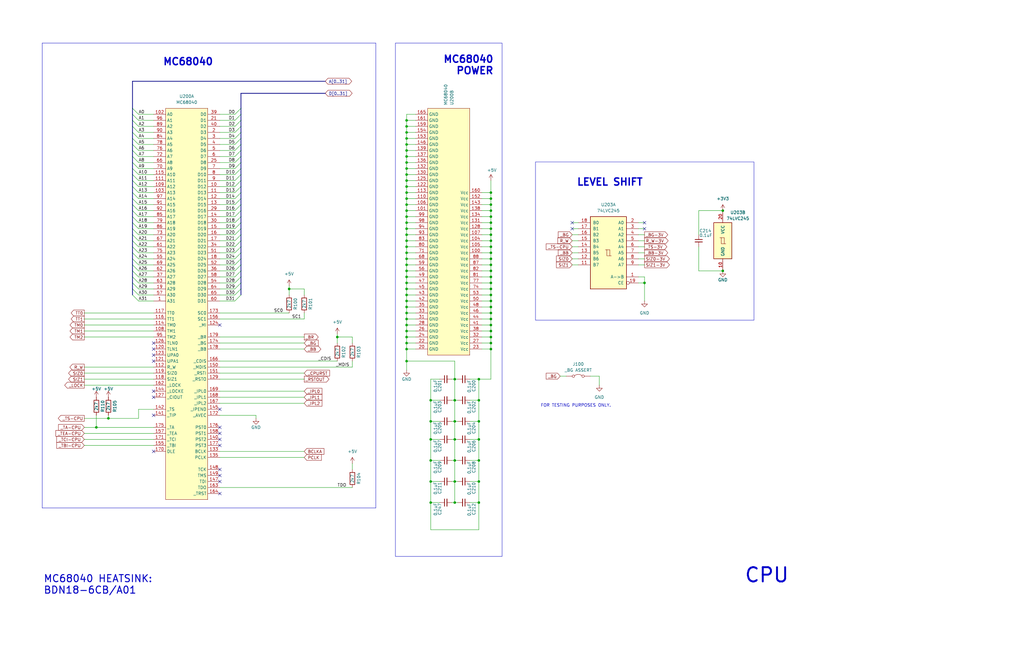
<source format=kicad_sch>
(kicad_sch (version 20231120) (generator "eeschema") (generator_version "8.0")
  (paper "B")
  (title_block (title "AmigaPCI 68040 Local Bus Card") (date "2025-04-10") (rev "4.2"))
  (junction (at 171.45 63.5))
  (junction (at 171.45 83.82))
  (junction (at 121.92 121.92))
  (junction (at 171.45 58.42))
  (junction (at 181.61 203.2))
  (junction (at 191.77 177.8))
  (junction (at 201.93 177.8))
  (junction (at 181.61 212.09))
  (junction (at 171.45 68.58))
  (junction (at 171.45 76.2))
  (junction (at 304.8 114.3))
  (junction (at 171.45 134.62))
  (junction (at 171.45 127))
  (junction (at 207.01 129.54))
  (junction (at 207.01 144.78))
  (junction (at 207.01 121.92))
  (junction (at 171.45 132.08))
  (junction (at 207.01 139.7))
  (junction (at 45.72 176.53))
  (junction (at 171.45 152.4))
  (junction (at 191.77 185.42))
  (junction (at 171.45 137.16))
  (junction (at 181.61 177.8))
  (junction (at 207.01 104.14))
  (junction (at 171.45 104.14))
  (junction (at 171.45 81.28))
  (junction (at 171.45 71.12))
  (junction (at 171.45 147.32))
  (junction (at 191.77 203.2))
  (junction (at 207.01 106.68))
  (junction (at 171.45 93.98))
  (junction (at 207.01 147.32))
  (junction (at 171.45 111.76))
  (junction (at 181.61 168.91))
  (junction (at 207.01 114.3))
  (junction (at 271.78 119.38))
  (junction (at 207.01 99.06))
  (junction (at 171.45 66.04))
  (junction (at 142.24 142.24))
  (junction (at 207.01 93.98))
  (junction (at 201.93 194.31))
  (junction (at 171.45 116.84))
  (junction (at 171.45 96.52))
  (junction (at 207.01 132.08))
  (junction (at 171.45 144.78))
  (junction (at 207.01 83.82))
  (junction (at 304.8 88.9))
  (junction (at 207.01 116.84))
  (junction (at 171.45 73.66))
  (junction (at 171.45 109.22))
  (junction (at 171.45 55.88))
  (junction (at 207.01 88.9))
  (junction (at 171.45 88.9))
  (junction (at 191.77 168.91))
  (junction (at 171.45 139.7))
  (junction (at 201.93 212.09))
  (junction (at 207.01 134.62))
  (junction (at 171.45 124.46))
  (junction (at 171.45 99.06))
  (junction (at 207.01 91.44))
  (junction (at 207.01 127))
  (junction (at 207.01 119.38))
  (junction (at 201.93 160.02))
  (junction (at 171.45 86.36))
  (junction (at 207.01 81.28))
  (junction (at 171.45 53.34))
  (junction (at 171.45 91.44))
  (junction (at 207.01 101.6))
  (junction (at 171.45 129.54))
  (junction (at 171.45 106.68))
  (junction (at 171.45 142.24))
  (junction (at 207.01 86.36))
  (junction (at 207.01 109.22))
  (junction (at 191.77 194.31))
  (junction (at 171.45 50.8))
  (junction (at 201.93 203.2))
  (junction (at 201.93 185.42))
  (junction (at 181.61 185.42))
  (junction (at 171.45 60.96))
  (junction (at 171.45 121.92))
  (junction (at 191.77 212.09))
  (junction (at 207.01 137.16))
  (junction (at 181.61 194.31))
  (junction (at 171.45 101.6))
  (junction (at 171.45 119.38))
  (junction (at 40.64 180.34))
  (junction (at 171.45 78.74))
  (junction (at 207.01 111.76))
  (junction (at 201.93 168.91))
  (junction (at 207.01 142.24))
  (junction (at 207.01 124.46))
  (junction (at 207.01 96.52))
  (junction (at 171.45 114.3))
  (junction (at 191.77 160.02))
  (no_connect (at 92.71 208.28))
  (no_connect (at 64.77 149.86))
  (no_connect (at 64.77 144.78))
  (no_connect (at 271.78 96.52))
  (no_connect (at 64.77 175.26))
  (no_connect (at 64.77 190.5))
  (no_connect (at 64.77 167.64))
  (no_connect (at 92.71 185.42))
  (no_connect (at 64.77 165.1))
  (no_connect (at 92.71 182.88))
  (no_connect (at 64.77 152.4))
  (no_connect (at 64.77 147.32))
  (no_connect (at 92.71 137.16))
  (no_connect (at 92.71 172.72))
  (no_connect (at 271.78 93.98))
  (no_connect (at 92.71 200.66))
  (no_connect (at 92.71 198.12))
  (no_connect (at 92.71 187.96))
  (no_connect (at 241.3 93.98))
  (no_connect (at 241.3 96.52))
  (no_connect (at 92.71 203.2))
  (no_connect (at 92.71 180.34))
  (bus_entry (at 99.06 50.8) (size 2.54 -2.54))
  (bus_entry (at 99.06 91.44) (size 2.54 -2.54))
  (bus_entry (at 58.42 106.68) (size -2.54 -2.54))
  (bus_entry (at 99.06 76.2) (size 2.54 -2.54))
  (bus_entry (at 58.42 58.42) (size -2.54 -2.54))
  (bus_entry (at 58.42 88.9) (size -2.54 -2.54))
  (bus_entry (at 99.06 78.74) (size 2.54 -2.54))
  (bus_entry (at 99.06 104.14) (size 2.54 -2.54))
  (bus_entry (at 99.06 60.96) (size 2.54 -2.54))
  (bus_entry (at 99.06 83.82) (size 2.54 -2.54))
  (bus_entry (at 58.42 83.82) (size -2.54 -2.54))
  (bus_entry (at 58.42 63.5) (size -2.54 -2.54))
  (bus_entry (at 99.06 63.5) (size 2.54 -2.54))
  (bus_entry (at 58.42 96.52) (size -2.54 -2.54))
  (bus_entry (at 99.06 101.6) (size 2.54 -2.54))
  (bus_entry (at 58.42 116.84) (size -2.54 -2.54))
  (bus_entry (at 58.42 124.46) (size -2.54 -2.54))
  (bus_entry (at 58.42 93.98) (size -2.54 -2.54))
  (bus_entry (at 99.06 116.84) (size 2.54 -2.54))
  (bus_entry (at 99.06 124.46) (size 2.54 -2.54))
  (bus_entry (at 99.06 106.68) (size 2.54 -2.54))
  (bus_entry (at 58.42 81.28) (size -2.54 -2.54))
  (bus_entry (at 58.42 101.6) (size -2.54 -2.54))
  (bus_entry (at 99.06 53.34) (size 2.54 -2.54))
  (bus_entry (at 99.06 86.36) (size 2.54 -2.54))
  (bus_entry (at 99.06 88.9) (size 2.54 -2.54))
  (bus_entry (at 58.42 48.26) (size -2.54 -2.54))
  (bus_entry (at 58.42 109.22) (size -2.54 -2.54))
  (bus_entry (at 99.06 93.98) (size 2.54 -2.54))
  (bus_entry (at 58.42 50.8) (size -2.54 -2.54))
  (bus_entry (at 58.42 121.92) (size -2.54 -2.54))
  (bus_entry (at 58.42 127) (size -2.54 -2.54))
  (bus_entry (at 58.42 91.44) (size -2.54 -2.54))
  (bus_entry (at 99.06 73.66) (size 2.54 -2.54))
  (bus_entry (at 58.42 119.38) (size -2.54 -2.54))
  (bus_entry (at 58.42 114.3) (size -2.54 -2.54))
  (bus_entry (at 99.06 58.42) (size 2.54 -2.54))
  (bus_entry (at 99.06 121.92) (size 2.54 -2.54))
  (bus_entry (at 99.06 109.22) (size 2.54 -2.54))
  (bus_entry (at 58.42 71.12) (size -2.54 -2.54))
  (bus_entry (at 99.06 127) (size 2.54 -2.54))
  (bus_entry (at 99.06 111.76) (size 2.54 -2.54))
  (bus_entry (at 58.42 53.34) (size -2.54 -2.54))
  (bus_entry (at 58.42 99.06) (size -2.54 -2.54))
  (bus_entry (at 58.42 78.74) (size -2.54 -2.54))
  (bus_entry (at 99.06 114.3) (size 2.54 -2.54))
  (bus_entry (at 58.42 86.36) (size -2.54 -2.54))
  (bus_entry (at 99.06 55.88) (size 2.54 -2.54))
  (bus_entry (at 58.42 104.14) (size -2.54 -2.54))
  (bus_entry (at 58.42 111.76) (size -2.54 -2.54))
  (bus_entry (at 99.06 66.04) (size 2.54 -2.54))
  (bus_entry (at 58.42 66.04) (size -2.54 -2.54))
  (bus_entry (at 58.42 60.96) (size -2.54 -2.54))
  (bus_entry (at 99.06 119.38) (size 2.54 -2.54))
  (bus_entry (at 58.42 73.66) (size -2.54 -2.54))
  (bus_entry (at 99.06 96.52) (size 2.54 -2.54))
  (bus_entry (at 58.42 68.58) (size -2.54 -2.54))
  (bus_entry (at 99.06 48.26) (size 2.54 -2.54))
  (bus_entry (at 99.06 81.28) (size 2.54 -2.54))
  (bus_entry (at 99.06 99.06) (size 2.54 -2.54))
  (bus_entry (at 58.42 76.2) (size -2.54 -2.54))
  (bus_entry (at 99.06 71.12) (size 2.54 -2.54))
  (bus_entry (at 99.06 68.58) (size 2.54 -2.54))
  (bus_entry (at 58.42 55.88) (size -2.54 -2.54))
  (wire (pts (xy 236.22 158.75) (xy 238.76 158.75)))
  (wire (pts (xy 171.45 106.68) (xy 171.45 109.22)))
  (wire (pts (xy 207.01 99.06) (xy 207.01 101.6)))
  (wire (pts (xy 92.71 132.08) (xy 121.92 132.08)))
  (wire (pts (xy 92.71 127) (xy 99.06 127)))
  (wire (pts (xy 241.3 96.52) (xy 243.84 96.52)))
  (wire (pts (xy 207.01 116.84) (xy 203.2 116.84)))
  (wire (pts (xy 191.77 152.4) (xy 191.77 160.02)))
  (wire (pts (xy 207.01 83.82) (xy 207.01 86.36)))
  (wire (pts (xy 58.42 81.28) (xy 64.77 81.28)))
  (wire (pts (xy 58.42 73.66) (xy 64.77 73.66)))
  (wire (pts (xy 175.26 81.28) (xy 171.45 81.28)))
  (wire (pts (xy 58.42 119.38) (xy 64.77 119.38)))
  (wire (pts (xy 92.71 73.66) (xy 99.06 73.66)))
  (bus (pts (xy 101.6 83.82) (xy 101.6 86.36)))
  (wire (pts (xy 198.12 160.02) (xy 201.93 160.02)))
  (wire (pts (xy 269.24 116.84) (xy 271.78 116.84)))
  (wire (pts (xy 171.45 73.66) (xy 171.45 76.2)))
  (wire (pts (xy 193.04 212.09) (xy 191.77 212.09)))
  (wire (pts (xy 193.04 203.2) (xy 191.77 203.2)))
  (wire (pts (xy 128.27 124.46) (xy 128.27 121.92)))
  (wire (pts (xy 207.01 121.92) (xy 207.01 124.46)))
  (wire (pts (xy 35.56 180.34) (xy 40.64 180.34)))
  (wire (pts (xy 207.01 104.14) (xy 207.01 106.68)))
  (wire (pts (xy 175.26 96.52) (xy 171.45 96.52)))
  (wire (pts (xy 148.59 195.58) (xy 148.59 198.12)))
  (bus (pts (xy 101.6 109.22) (xy 101.6 111.76)))
  (bus (pts (xy 55.88 96.52) (xy 55.88 99.06)))
  (wire (pts (xy 181.61 203.2) (xy 185.42 203.2)))
  (wire (pts (xy 35.56 182.88) (xy 64.77 182.88)))
  (wire (pts (xy 191.77 185.42) (xy 191.77 194.31)))
  (wire (pts (xy 58.42 121.92) (xy 64.77 121.92)))
  (bus (pts (xy 101.6 106.68) (xy 101.6 109.22)))
  (bus (pts (xy 55.88 68.58) (xy 55.88 71.12)))
  (wire (pts (xy 181.61 160.02) (xy 181.61 168.91)))
  (wire (pts (xy 175.26 147.32) (xy 171.45 147.32)))
  (wire (pts (xy 92.71 50.8) (xy 99.06 50.8)))
  (wire (pts (xy 175.26 106.68) (xy 171.45 106.68)))
  (wire (pts (xy 171.45 50.8) (xy 171.45 53.34)))
  (wire (pts (xy 92.71 91.44) (xy 99.06 91.44)))
  (wire (pts (xy 198.12 168.91) (xy 201.93 168.91)))
  (wire (pts (xy 201.93 223.52) (xy 181.61 223.52)))
  (wire (pts (xy 207.01 144.78) (xy 207.01 147.32)))
  (wire (pts (xy 92.71 55.88) (xy 99.06 55.88)))
  (wire (pts (xy 58.42 83.82) (xy 64.77 83.82)))
  (wire (pts (xy 58.42 86.36) (xy 64.77 86.36)))
  (bus (pts (xy 101.6 86.36) (xy 101.6 88.9)))
  (wire (pts (xy 58.42 172.72) (xy 64.77 172.72)))
  (wire (pts (xy 171.45 129.54) (xy 171.45 132.08)))
  (wire (pts (xy 207.01 114.3) (xy 203.2 114.3)))
  (bus (pts (xy 101.6 45.72) (xy 101.6 48.26)))
  (wire (pts (xy 58.42 114.3) (xy 64.77 114.3)))
  (bus (pts (xy 55.88 83.82) (xy 55.88 86.36)))
  (wire (pts (xy 35.56 154.94) (xy 64.77 154.94)))
  (bus (pts (xy 101.6 101.6) (xy 101.6 104.14)))
  (bus (pts (xy 101.6 121.92) (xy 101.6 124.46)))
  (wire (pts (xy 175.26 101.6) (xy 171.45 101.6)))
  (wire (pts (xy 207.01 144.78) (xy 203.2 144.78)))
  (wire (pts (xy 207.01 81.28) (xy 207.01 83.82)))
  (wire (pts (xy 175.26 119.38) (xy 171.45 119.38)))
  (wire (pts (xy 203.2 132.08) (xy 207.01 132.08)))
  (wire (pts (xy 171.45 58.42) (xy 171.45 60.96)))
  (bus (pts (xy 55.88 66.04) (xy 55.88 68.58)))
  (wire (pts (xy 35.56 162.56) (xy 64.77 162.56)))
  (bus (pts (xy 55.88 81.28) (xy 55.88 83.82)))
  (wire (pts (xy 175.26 50.8) (xy 171.45 50.8)))
  (wire (pts (xy 171.45 55.88) (xy 171.45 58.42)))
  (wire (pts (xy 191.77 168.91) (xy 190.5 168.91)))
  (wire (pts (xy 241.3 109.22) (xy 243.84 109.22)))
  (bus (pts (xy 55.88 50.8) (xy 55.88 53.34)))
  (wire (pts (xy 171.45 60.96) (xy 171.45 63.5)))
  (wire (pts (xy 175.26 93.98) (xy 171.45 93.98)))
  (bus (pts (xy 101.6 66.04) (xy 101.6 68.58)))
  (wire (pts (xy 241.3 111.76) (xy 243.84 111.76)))
  (wire (pts (xy 92.71 99.06) (xy 99.06 99.06)))
  (wire (pts (xy 171.45 111.76) (xy 171.45 114.3)))
  (wire (pts (xy 175.26 116.84) (xy 171.45 116.84)))
  (wire (pts (xy 193.04 160.02) (xy 191.77 160.02)))
  (wire (pts (xy 271.78 119.38) (xy 269.24 119.38)))
  (wire (pts (xy 175.26 99.06) (xy 171.45 99.06)))
  (wire (pts (xy 207.01 139.7) (xy 207.01 142.24)))
  (wire (pts (xy 171.45 53.34) (xy 171.45 55.88)))
  (wire (pts (xy 175.26 68.58) (xy 171.45 68.58)))
  (wire (pts (xy 171.45 144.78) (xy 171.45 147.32)))
  (wire (pts (xy 294.64 114.3) (xy 304.8 114.3)))
  (wire (pts (xy 207.01 99.06) (xy 203.2 99.06)))
  (bus (pts (xy 55.88 48.26) (xy 55.88 50.8)))
  (bus (pts (xy 101.6 68.58) (xy 101.6 71.12)))
  (wire (pts (xy 191.77 168.91) (xy 191.77 177.8)))
  (wire (pts (xy 193.04 168.91) (xy 191.77 168.91)))
  (wire (pts (xy 35.56 187.96) (xy 64.77 187.96)))
  (bus (pts (xy 101.6 60.96) (xy 101.6 63.5)))
  (wire (pts (xy 241.3 93.98) (xy 243.84 93.98)))
  (wire (pts (xy 241.3 104.14) (xy 243.84 104.14)))
  (wire (pts (xy 58.42 101.6) (xy 64.77 101.6)))
  (wire (pts (xy 121.92 121.92) (xy 121.92 124.46)))
  (wire (pts (xy 148.59 144.78) (xy 148.59 142.24)))
  (bus (pts (xy 101.6 119.38) (xy 101.6 121.92)))
  (wire (pts (xy 207.01 109.22) (xy 207.01 111.76)))
  (bus (pts (xy 55.88 88.9) (xy 55.88 91.44)))
  (bus (pts (xy 55.88 93.98) (xy 55.88 96.52)))
  (wire (pts (xy 198.12 185.42) (xy 201.93 185.42)))
  (wire (pts (xy 207.01 124.46) (xy 207.01 127)))
  (wire (pts (xy 35.56 142.24) (xy 64.77 142.24)))
  (wire (pts (xy 92.71 134.62) (xy 128.27 134.62)))
  (bus (pts (xy 55.88 55.88) (xy 55.88 58.42)))
  (wire (pts (xy 92.71 116.84) (xy 99.06 116.84)))
  (wire (pts (xy 207.01 139.7) (xy 203.2 139.7)))
  (wire (pts (xy 181.61 177.8) (xy 185.42 177.8)))
  (wire (pts (xy 207.01 127) (xy 203.2 127)))
  (wire (pts (xy 58.42 116.84) (xy 64.77 116.84)))
  (wire (pts (xy 171.45 119.38) (xy 171.45 121.92)))
  (wire (pts (xy 92.71 142.24) (xy 128.27 142.24)))
  (wire (pts (xy 248.92 158.75) (xy 252.73 158.75)))
  (wire (pts (xy 175.26 55.88) (xy 171.45 55.88)))
  (wire (pts (xy 207.01 96.52) (xy 207.01 99.06)))
  (wire (pts (xy 207.01 127) (xy 207.01 129.54)))
  (bus (pts (xy 55.88 76.2) (xy 55.88 78.74)))
  (wire (pts (xy 92.71 193.04) (xy 128.27 193.04)))
  (wire (pts (xy 175.26 121.92) (xy 171.45 121.92)))
  (bus (pts (xy 101.6 58.42) (xy 101.6 60.96)))
  (wire (pts (xy 207.01 83.82) (xy 203.2 83.82)))
  (wire (pts (xy 92.71 104.14) (xy 99.06 104.14)))
  (wire (pts (xy 175.26 129.54) (xy 171.45 129.54)))
  (wire (pts (xy 92.71 53.34) (xy 99.06 53.34)))
  (wire (pts (xy 201.93 177.8) (xy 201.93 185.42)))
  (wire (pts (xy 171.45 137.16) (xy 171.45 139.7)))
  (wire (pts (xy 191.77 177.8) (xy 191.77 185.42)))
  (wire (pts (xy 191.77 212.09) (xy 190.5 212.09)))
  (wire (pts (xy 271.78 99.06) (xy 269.24 99.06)))
  (wire (pts (xy 175.26 142.24) (xy 171.45 142.24)))
  (bus (pts (xy 101.6 93.98) (xy 101.6 96.52)))
  (wire (pts (xy 92.71 71.12) (xy 99.06 71.12)))
  (wire (pts (xy 207.01 106.68) (xy 203.2 106.68)))
  (wire (pts (xy 207.01 119.38) (xy 207.01 121.92)))
  (wire (pts (xy 252.73 158.75) (xy 252.73 162.56)))
  (wire (pts (xy 171.45 83.82) (xy 171.45 86.36)))
  (wire (pts (xy 148.59 142.24) (xy 142.24 142.24)))
  (wire (pts (xy 58.42 50.8) (xy 64.77 50.8)))
  (wire (pts (xy 181.61 212.09) (xy 181.61 223.52)))
  (wire (pts (xy 40.64 175.26) (xy 40.64 180.34)))
  (bus (pts (xy 101.6 55.88) (xy 101.6 58.42)))
  (bus (pts (xy 101.6 91.44) (xy 101.6 93.98)))
  (wire (pts (xy 142.24 140.97) (xy 142.24 142.24)))
  (wire (pts (xy 58.42 53.34) (xy 64.77 53.34)))
  (wire (pts (xy 207.01 134.62) (xy 207.01 137.16)))
  (wire (pts (xy 58.42 68.58) (xy 64.77 68.58)))
  (wire (pts (xy 58.42 124.46) (xy 64.77 124.46)))
  (wire (pts (xy 207.01 116.84) (xy 207.01 119.38)))
  (wire (pts (xy 92.71 58.42) (xy 99.06 58.42)))
  (wire (pts (xy 171.45 96.52) (xy 171.45 99.06)))
  (wire (pts (xy 207.01 104.14) (xy 203.2 104.14)))
  (bus (pts (xy 101.6 73.66) (xy 101.6 76.2)))
  (wire (pts (xy 207.01 106.68) (xy 207.01 109.22)))
  (wire (pts (xy 175.26 127) (xy 171.45 127)))
  (wire (pts (xy 58.42 58.42) (xy 64.77 58.42)))
  (wire (pts (xy 175.26 124.46) (xy 171.45 124.46)))
  (wire (pts (xy 193.04 185.42) (xy 191.77 185.42)))
  (wire (pts (xy 198.12 177.8) (xy 201.93 177.8)))
  (wire (pts (xy 171.45 114.3) (xy 171.45 116.84)))
  (wire (pts (xy 35.56 132.08) (xy 64.77 132.08)))
  (wire (pts (xy 207.01 114.3) (xy 207.01 116.84)))
  (bus (pts (xy 55.88 106.68) (xy 55.88 109.22)))
  (bus (pts (xy 101.6 104.14) (xy 101.6 106.68)))
  (wire (pts (xy 171.45 81.28) (xy 171.45 83.82)))
  (wire (pts (xy 191.77 160.02) (xy 191.77 168.91)))
  (wire (pts (xy 175.26 58.42) (xy 171.45 58.42)))
  (bus (pts (xy 55.88 34.29) (xy 137.16 34.29)))
  (wire (pts (xy 92.71 88.9) (xy 99.06 88.9)))
  (wire (pts (xy 294.64 99.06) (xy 294.64 88.9)))
  (wire (pts (xy 175.26 104.14) (xy 171.45 104.14)))
  (bus (pts (xy 55.88 101.6) (xy 55.88 104.14)))
  (wire (pts (xy 271.78 109.22) (xy 269.24 109.22)))
  (bus (pts (xy 55.88 91.44) (xy 55.88 93.98)))
  (wire (pts (xy 175.26 111.76) (xy 171.45 111.76)))
  (wire (pts (xy 92.71 157.48) (xy 128.27 157.48)))
  (wire (pts (xy 171.45 68.58) (xy 171.45 71.12)))
  (bus (pts (xy 55.88 58.42) (xy 55.88 60.96)))
  (wire (pts (xy 171.45 142.24) (xy 171.45 144.78)))
  (wire (pts (xy 92.71 68.58) (xy 99.06 68.58)))
  (wire (pts (xy 191.77 194.31) (xy 191.77 203.2)))
  (wire (pts (xy 269.24 111.76) (xy 271.78 111.76)))
  (wire (pts (xy 207.01 142.24) (xy 207.01 144.78)))
  (bus (pts (xy 55.88 99.06) (xy 55.88 101.6)))
  (wire (pts (xy 58.42 104.14) (xy 64.77 104.14)))
  (wire (pts (xy 207.01 132.08) (xy 207.01 134.62)))
  (wire (pts (xy 92.71 83.82) (xy 99.06 83.82)))
  (bus (pts (xy 55.88 60.96) (xy 55.88 63.5)))
  (wire (pts (xy 58.42 63.5) (xy 64.77 63.5)))
  (wire (pts (xy 198.12 212.09) (xy 201.93 212.09)))
  (bus (pts (xy 101.6 63.5) (xy 101.6 66.04)))
  (wire (pts (xy 58.42 99.06) (xy 64.77 99.06)))
  (wire (pts (xy 207.01 109.22) (xy 203.2 109.22)))
  (wire (pts (xy 92.71 96.52) (xy 99.06 96.52)))
  (wire (pts (xy 271.78 93.98) (xy 269.24 93.98)))
  (wire (pts (xy 207.01 111.76) (xy 207.01 114.3)))
  (bus (pts (xy 55.88 111.76) (xy 55.88 114.3)))
  (wire (pts (xy 175.26 137.16) (xy 171.45 137.16)))
  (wire (pts (xy 198.12 194.31) (xy 201.93 194.31)))
  (wire (pts (xy 92.71 78.74) (xy 99.06 78.74)))
  (bus (pts (xy 55.88 119.38) (xy 55.88 121.92)))
  (wire (pts (xy 181.61 194.31) (xy 181.61 203.2)))
  (wire (pts (xy 191.77 160.02) (xy 190.5 160.02)))
  (wire (pts (xy 241.3 101.6) (xy 243.84 101.6)))
  (wire (pts (xy 175.26 73.66) (xy 171.45 73.66)))
  (bus (pts (xy 55.88 63.5) (xy 55.88 66.04)))
  (wire (pts (xy 207.01 119.38) (xy 203.2 119.38)))
  (wire (pts (xy 207.01 96.52) (xy 203.2 96.52)))
  (wire (pts (xy 181.61 160.02) (xy 185.42 160.02)))
  (wire (pts (xy 207.01 137.16) (xy 203.2 137.16)))
  (wire (pts (xy 271.78 106.68) (xy 269.24 106.68)))
  (wire (pts (xy 201.93 203.2) (xy 201.93 212.09)))
  (wire (pts (xy 175.26 91.44) (xy 171.45 91.44)))
  (wire (pts (xy 35.56 137.16) (xy 64.77 137.16)))
  (wire (pts (xy 175.26 132.08) (xy 171.45 132.08)))
  (wire (pts (xy 203.2 91.44) (xy 207.01 91.44)))
  (wire (pts (xy 175.26 88.9) (xy 171.45 88.9)))
  (wire (pts (xy 207.01 88.9) (xy 207.01 91.44)))
  (wire (pts (xy 92.71 66.04) (xy 99.06 66.04)))
  (wire (pts (xy 271.78 101.6) (xy 269.24 101.6)))
  (wire (pts (xy 92.71 101.6) (xy 99.06 101.6)))
  (wire (pts (xy 207.01 137.16) (xy 207.01 139.7)))
  (wire (pts (xy 171.45 156.21) (xy 171.45 152.4)))
  (wire (pts (xy 207.01 93.98) (xy 207.01 96.52)))
  (wire (pts (xy 58.42 71.12) (xy 64.77 71.12)))
  (wire (pts (xy 58.42 55.88) (xy 64.77 55.88)))
  (wire (pts (xy 92.71 76.2) (xy 99.06 76.2)))
  (wire (pts (xy 181.61 194.31) (xy 185.42 194.31)))
  (wire (pts (xy 171.45 91.44) (xy 171.45 93.98)))
  (wire (pts (xy 121.92 120.65) (xy 121.92 121.92)))
  (wire (pts (xy 191.77 177.8) (xy 190.5 177.8)))
  (wire (pts (xy 171.45 139.7) (xy 171.45 142.24)))
  (wire (pts (xy 58.42 76.2) (xy 64.77 76.2)))
  (wire (pts (xy 142.24 142.24) (xy 142.24 144.78)))
  (wire (pts (xy 92.71 147.32) (xy 128.27 147.32)))
  (wire (pts (xy 207.01 91.44) (xy 207.01 93.98)))
  (bus (pts (xy 55.88 53.34) (xy 55.88 55.88)))
  (bus (pts (xy 101.6 76.2) (xy 101.6 78.74)))
  (wire (pts (xy 58.42 176.53) (xy 58.42 172.72)))
  (wire (pts (xy 175.26 139.7) (xy 171.45 139.7)))
  (bus (pts (xy 101.6 39.37) (xy 137.16 39.37)))
  (wire (pts (xy 181.61 168.91) (xy 185.42 168.91)))
  (wire (pts (xy 171.45 116.84) (xy 171.45 119.38)))
  (wire (pts (xy 175.26 114.3) (xy 171.45 114.3)))
  (wire (pts (xy 175.26 109.22) (xy 171.45 109.22)))
  (bus (pts (xy 101.6 96.52) (xy 101.6 99.06)))
  (wire (pts (xy 171.45 48.26) (xy 171.45 50.8)))
  (bus (pts (xy 101.6 45.72) (xy 101.6 39.37)))
  (wire (pts (xy 171.45 78.74) (xy 171.45 81.28)))
  (wire (pts (xy 35.56 134.62) (xy 64.77 134.62)))
  (wire (pts (xy 171.45 104.14) (xy 171.45 106.68)))
  (wire (pts (xy 171.45 124.46) (xy 171.45 127)))
  (wire (pts (xy 271.78 104.14) (xy 269.24 104.14)))
  (wire (pts (xy 175.26 66.04) (xy 171.45 66.04)))
  (wire (pts (xy 181.61 168.91) (xy 181.61 177.8)))
  (wire (pts (xy 191.77 152.4) (xy 171.45 152.4)))
  (wire (pts (xy 35.56 176.53) (xy 45.72 176.53)))
  (wire (pts (xy 181.61 177.8) (xy 181.61 185.42)))
  (wire (pts (xy 35.56 160.02) (xy 64.77 160.02)))
  (wire (pts (xy 175.26 63.5) (xy 171.45 63.5)))
  (wire (pts (xy 148.59 152.4) (xy 148.59 154.94)))
  (wire (pts (xy 171.45 86.36) (xy 171.45 88.9)))
  (wire (pts (xy 207.01 129.54) (xy 207.01 132.08)))
  (wire (pts (xy 92.71 167.64) (xy 128.27 167.64)))
  (wire (pts (xy 294.64 104.14) (xy 294.64 114.3)))
  (wire (pts (xy 92.71 114.3) (xy 99.06 114.3)))
  (wire (pts (xy 203.2 111.76) (xy 207.01 111.76)))
  (wire (pts (xy 92.71 109.22) (xy 99.06 109.22)))
  (wire (pts (xy 92.71 205.74) (xy 148.59 205.74)))
  (wire (pts (xy 181.61 212.09) (xy 185.42 212.09)))
  (wire (pts (xy 171.45 93.98) (xy 171.45 96.52)))
  (wire (pts (xy 207.01 101.6) (xy 207.01 104.14)))
  (wire (pts (xy 171.45 132.08) (xy 171.45 134.62)))
  (wire (pts (xy 207.01 160.02) (xy 201.93 160.02)))
  (wire (pts (xy 128.27 132.08) (xy 128.27 134.62)))
  (wire (pts (xy 35.56 185.42) (xy 64.77 185.42)))
  (wire (pts (xy 191.77 185.42) (xy 190.5 185.42)))
  (wire (pts (xy 207.01 76.2) (xy 207.01 81.28)))
  (bus (pts (xy 55.88 45.72) (xy 55.88 48.26)))
  (wire (pts (xy 58.42 127) (xy 64.77 127)))
  (wire (pts (xy 35.56 139.7) (xy 64.77 139.7)))
  (wire (pts (xy 191.77 203.2) (xy 190.5 203.2)))
  (wire (pts (xy 171.45 76.2) (xy 171.45 78.74)))
  (wire (pts (xy 201.93 168.91) (xy 201.93 177.8)))
  (wire (pts (xy 107.95 175.26) (xy 107.95 176.53)))
  (wire (pts (xy 171.45 63.5) (xy 171.45 66.04)))
  (wire (pts (xy 171.45 88.9) (xy 171.45 91.44)))
  (bus (pts (xy 55.88 71.12) (xy 55.88 73.66)))
  (wire (pts (xy 92.71 106.68) (xy 99.06 106.68)))
  (wire (pts (xy 92.71 165.1) (xy 128.27 165.1)))
  (wire (pts (xy 171.45 71.12) (xy 171.45 73.66)))
  (wire (pts (xy 207.01 134.62) (xy 203.2 134.62)))
  (wire (pts (xy 92.71 93.98) (xy 99.06 93.98)))
  (wire (pts (xy 58.42 48.26) (xy 64.77 48.26)))
  (bus (pts (xy 55.88 104.14) (xy 55.88 106.68)))
  (wire (pts (xy 207.01 147.32) (xy 203.2 147.32)))
  (wire (pts (xy 175.26 86.36) (xy 171.45 86.36)))
  (wire (pts (xy 198.12 203.2) (xy 201.93 203.2)))
  (wire (pts (xy 171.45 101.6) (xy 171.45 104.14)))
  (wire (pts (xy 171.45 121.92) (xy 171.45 124.46)))
  (wire (pts (xy 92.71 48.26) (xy 99.06 48.26)))
  (wire (pts (xy 271.78 96.52) (xy 269.24 96.52)))
  (wire (pts (xy 201.93 160.02) (xy 201.93 168.91)))
  (wire (pts (xy 175.26 48.26) (xy 171.45 48.26)))
  (wire (pts (xy 207.01 129.54) (xy 203.2 129.54)))
  (wire (pts (xy 92.71 152.4) (xy 142.24 152.4)))
  (wire (pts (xy 58.42 93.98) (xy 64.77 93.98)))
  (wire (pts (xy 128.27 121.92) (xy 121.92 121.92)))
  (wire (pts (xy 92.71 119.38) (xy 99.06 119.38)))
  (wire (pts (xy 171.45 66.04) (xy 171.45 68.58)))
  (wire (pts (xy 45.72 175.26) (xy 45.72 176.53)))
  (wire (pts (xy 207.01 124.46) (xy 203.2 124.46)))
  (wire (pts (xy 207.01 86.36) (xy 203.2 86.36)))
  (wire (pts (xy 241.3 106.68) (xy 243.84 106.68)))
  (wire (pts (xy 203.2 101.6) (xy 207.01 101.6)))
  (wire (pts (xy 92.71 124.46) (xy 99.06 124.46)))
  (wire (pts (xy 58.42 91.44) (xy 64.77 91.44)))
  (wire (pts (xy 175.26 134.62) (xy 171.45 134.62)))
  (wire (pts (xy 191.77 203.2) (xy 191.77 212.09)))
  (wire (pts (xy 203.2 81.28) (xy 207.01 81.28)))
  (bus (pts (xy 101.6 48.26) (xy 101.6 50.8)))
  (wire (pts (xy 201.93 194.31) (xy 201.93 203.2)))
  (wire (pts (xy 58.42 88.9) (xy 64.77 88.9)))
  (bus (pts (xy 55.88 116.84) (xy 55.88 119.38)))
  (wire (pts (xy 181.61 185.42) (xy 181.61 194.31)))
  (wire (pts (xy 92.71 111.76) (xy 99.06 111.76)))
  (wire (pts (xy 203.2 121.92) (xy 207.01 121.92)))
  (wire (pts (xy 171.45 109.22) (xy 171.45 111.76)))
  (wire (pts (xy 171.45 127) (xy 171.45 129.54)))
  (wire (pts (xy 92.71 121.92) (xy 99.06 121.92)))
  (wire (pts (xy 181.61 203.2) (xy 181.61 212.09)))
  (wire (pts (xy 175.26 78.74) (xy 171.45 78.74)))
  (wire (pts (xy 92.71 60.96) (xy 99.06 60.96)))
  (wire (pts (xy 92.71 170.18) (xy 128.27 170.18)))
  (wire (pts (xy 40.64 180.34) (xy 64.77 180.34)))
  (wire (pts (xy 201.93 185.42) (xy 201.93 194.31)))
  (wire (pts (xy 58.42 109.22) (xy 64.77 109.22)))
  (wire (pts (xy 92.71 154.94) (xy 148.59 154.94)))
  (wire (pts (xy 271.78 119.38) (xy 271.78 127)))
  (bus (pts (xy 101.6 53.34) (xy 101.6 55.88)))
  (bus (pts (xy 101.6 71.12) (xy 101.6 73.66)))
  (wire (pts (xy 58.42 60.96) (xy 64.77 60.96)))
  (bus (pts (xy 55.88 34.29) (xy 55.88 45.72)))
  (wire (pts (xy 92.71 160.02) (xy 128.27 160.02)))
  (wire (pts (xy 58.42 106.68) (xy 64.77 106.68)))
  (bus (pts (xy 101.6 114.3) (xy 101.6 116.84)))
  (wire (pts (xy 92.71 81.28) (xy 99.06 81.28)))
  (wire (pts (xy 58.42 66.04) (xy 64.77 66.04)))
  (bus (pts (xy 101.6 99.06) (xy 101.6 101.6)))
  (wire (pts (xy 193.04 194.31) (xy 191.77 194.31)))
  (wire (pts (xy 58.42 78.74) (xy 64.77 78.74)))
  (bus (pts (xy 101.6 88.9) (xy 101.6 91.44)))
  (wire (pts (xy 92.71 63.5) (xy 99.06 63.5)))
  (wire (pts (xy 191.77 194.31) (xy 190.5 194.31)))
  (wire (pts (xy 271.78 116.84) (xy 271.78 119.38)))
  (bus (pts (xy 55.88 86.36) (xy 55.88 88.9)))
  (bus (pts (xy 101.6 81.28) (xy 101.6 83.82)))
  (wire (pts (xy 171.45 99.06) (xy 171.45 101.6)))
  (wire (pts (xy 181.61 185.42) (xy 185.42 185.42)))
  (wire (pts (xy 175.26 144.78) (xy 171.45 144.78)))
  (wire (pts (xy 207.01 88.9) (xy 203.2 88.9)))
  (wire (pts (xy 241.3 99.06) (xy 243.84 99.06)))
  (bus (pts (xy 101.6 111.76) (xy 101.6 114.3)))
  (wire (pts (xy 193.04 177.8) (xy 191.77 177.8)))
  (wire (pts (xy 175.26 53.34) (xy 171.45 53.34)))
  (wire (pts (xy 171.45 134.62) (xy 171.45 137.16)))
  (wire (pts (xy 207.01 147.32) (xy 207.01 160.02)))
  (bus (pts (xy 55.88 114.3) (xy 55.88 116.84)))
  (wire (pts (xy 58.42 96.52) (xy 64.77 96.52)))
  (bus (pts (xy 101.6 78.74) (xy 101.6 81.28)))
  (wire (pts (xy 175.26 83.82) (xy 171.45 83.82)))
  (wire (pts (xy 207.01 93.98) (xy 203.2 93.98)))
  (wire (pts (xy 35.56 157.48) (xy 64.77 157.48)))
  (bus (pts (xy 55.88 78.74) (xy 55.88 81.28)))
  (wire (pts (xy 175.26 76.2) (xy 171.45 76.2)))
  (bus (pts (xy 55.88 73.66) (xy 55.88 76.2)))
  (wire (pts (xy 294.64 88.9) (xy 304.8 88.9)))
  (wire (pts (xy 207.01 86.36) (xy 207.01 88.9)))
  (wire (pts (xy 92.71 144.78) (xy 128.27 144.78)))
  (bus (pts (xy 101.6 116.84) (xy 101.6 119.38)))
  (wire (pts (xy 92.71 86.36) (xy 99.06 86.36)))
  (wire (pts (xy 201.93 212.09) (xy 201.93 223.52)))
  (bus (pts (xy 101.6 50.8) (xy 101.6 53.34)))
  (bus (pts (xy 55.88 109.22) (xy 55.88 111.76)))
  (wire (pts (xy 58.42 111.76) (xy 64.77 111.76)))
  (wire (pts (xy 175.26 71.12) (xy 171.45 71.12)))
  (wire (pts (xy 175.26 60.96) (xy 171.45 60.96)))
  (wire (pts (xy 92.71 175.26) (xy 107.95 175.26)))
  (wire (pts (xy 171.45 147.32) (xy 171.45 152.4)))
  (bus (pts (xy 55.88 121.92) (xy 55.88 124.46)))
  (wire (pts (xy 203.2 142.24) (xy 207.01 142.24)))
  (wire (pts (xy 92.71 190.5) (xy 128.27 190.5)))
  (wire (pts (xy 45.72 176.53) (xy 58.42 176.53)))
  (rectangle (start 166.751 234.823) (end 211.709 18.161))
  (rectangle (start 225.806 68.326) (end 317.94 135.128))
  (rectangle (start 17.78 18.161) (end 158.496 214.376))
  (text "MC68040 HEATSINK: \nBDN18-6CB/A01" (at 18.288 250.952 0) (effects (font (size 3 3) (thickness 0.4) (bold yes)) (justify left bottom)))
  (text "LEVEL SHIFT" (at 243.078 78.74 0) (effects (font (size 3 3) (thickness 0.6) (bold yes)) (justify left bottom)))
  (text "MC68040" (at 68.58 27.94 0) (effects (font (size 3 3) (thickness 0.6) (bold yes)) (justify left bottom)))
  (text "FOR TESTING PURPOSES ONLY." (at 242.824 171.196 0) (effects (font (size 1.27 1.27))))
  (text "MC68040\nPOWER" (at 208.28 31.75 0) (effects (font (size 3 3) (thickness 0.6) (bold yes)) (justify right bottom)))
  (text "CPU" (at 313.69 246.38 0) (effects (font (size 6 6) (thickness 0.8) (bold yes)) (justify left bottom)))
  (label "D3" (at 99.06 55.88 180))
  (label "A19" (at 58.42 96.52 0))
  (label "D18" (at 99.06 93.98 180))
  (label "A5" (at 58.42 60.96 0))
  (label "A18" (at 58.42 93.98 0))
  (label "D9" (at 99.06 71.12 180))
  (label "A3" (at 58.42 55.88 0))
  (label "A23" (at 58.42 106.68 0))
  (label "A13" (at 58.42 81.28 0))
  (label "D17" (at 99.06 91.44 180))
  (label "D21" (at 99.06 101.6 180))
  (label "D29" (at 99.06 121.92 180))
  (label "A7" (at 58.42 66.04 0))
  (label "A0" (at 58.42 48.26 0))
  (label "A2" (at 58.42 53.34 0))
  (label "D2" (at 99.06 53.34 180))
  (label "A20" (at 58.42 99.06 0))
  (label "A16" (at 58.42 88.9 0))
  (label "D8" (at 99.06 68.58 180))
  (label "D30" (at 99.06 124.46 180))
  (label "SC1" (at 127 134.62 180))
  (label "D4" (at 99.06 58.42 180))
  (label "D5" (at 99.06 60.96 180))
  (label "A26" (at 58.42 114.3 0))
  (label "D22" (at 99.06 104.14 180))
  (label "D7" (at 99.06 66.04 180))
  (label "A22" (at 58.42 104.14 0))
  (label "D25" (at 99.06 111.76 180))
  (label "A27" (at 58.42 116.84 0))
  (label "A9" (at 58.42 71.12 0))
  (label "D6" (at 99.06 63.5 180))
  (label "A15" (at 58.42 86.36 0))
  (label "D16" (at 99.06 88.9 180))
  (label "A14" (at 58.42 83.82 0))
  (label "A12" (at 58.42 78.74 0))
  (label "D11" (at 99.06 76.2 180))
  (label "A4" (at 58.42 58.42 0))
  (label "A8" (at 58.42 68.58 0))
  (label "D24" (at 99.06 109.22 180))
  (label "A28" (at 58.42 119.38 0))
  (label "D27" (at 99.06 116.84 180))
  (label "D14" (at 99.06 83.82 180))
  (label "D26" (at 99.06 114.3 180))
  (label "_MDIS" (at 147.32 154.94 180))
  (label "A1" (at 58.42 50.8 0))
  (label "A25" (at 58.42 111.76 0))
  (label "D1" (at 99.06 50.8 180))
  (label "A10" (at 58.42 73.66 0))
  (label "D15" (at 99.06 86.36 180))
  (label "A30" (at 58.42 124.46 0))
  (label "A29" (at 58.42 121.92 0))
  (label "D19" (at 99.06 96.52 180))
  (label "_CDIS" (at 139.7 152.4 180))
  (label "D28" (at 99.06 119.38 180))
  (label "A6" (at 58.42 63.5 0))
  (label "SC0" (at 119.38 132.08 180))
  (label "D23" (at 99.06 106.68 180))
  (label "D13" (at 99.06 81.28 180))
  (label "D31" (at 99.06 127 180))
  (label "D20" (at 99.06 99.06 180))
  (label "A11" (at 58.42 76.2 0))
  (label "D12" (at 99.06 78.74 180))
  (label "TDO" (at 146.05 205.74 180))
  (label "D10" (at 99.06 73.66 180))
  (label "D0" (at 99.06 48.26 180))
  (label "A31" (at 58.42 127 0))
  (label "A24" (at 58.42 109.22 0))
  (label "A21" (at 58.42 101.6 0))
  (label "A17" (at 58.42 91.44 0))
  (global_label "TT0" (shape output) (at 35.56 132.08 180) (property "Intersheetrefs" "${INTERSHEET_REFS}" (at 29.5095 132.08 0) (effects (justify right))))
  (global_label "SIZ1" (shape input) (at 241.3 111.76 180) (property "Intersheetrefs" "${INTERSHEET_REFS}" (at 234.0815 111.76 0) (effects (justify right))))
  (global_label "R_W" (shape output) (at 35.56 154.94 180) (property "Intersheetrefs" "${INTERSHEET_REFS}" (at 29.337 154.94 0) (effects (justify right))))
  (global_label "_IPL2" (shape input) (at 128.27 170.18 0) (property "Intersheetrefs" "${INTERSHEET_REFS}" (at 136.2558 170.18 0) (effects (justify left))))
  (global_label "_LOCK" (shape output) (at 35.56 162.56 180) (property "Intersheetrefs" "${INTERSHEET_REFS}" (at 26.788 162.56 0) (effects (justify right))))
  (global_label "_BB" (shape input) (at 241.3 106.68 180) (property "Intersheetrefs" "${INTERSHEET_REFS}" (at 234.8072 106.68 0) (effects (justify right))))
  (global_label "PCLK" (shape input) (at 128.27 193.04 0) (property "Intersheetrefs" "${INTERSHEET_REFS}" (at 136.0933 193.04 0) (effects (justify left))))
  (global_label "SIZ0" (shape input) (at 241.3 109.22 180) (property "Intersheetrefs" "${INTERSHEET_REFS}" (at 234.0815 109.22 0) (effects (justify right))))
  (global_label "_BR" (shape output) (at 128.27 142.24 0) (property "Intersheetrefs" "${INTERSHEET_REFS}" (at 134.6834 142.24 0) (effects (justify left))))
  (global_label "_TS-CPU" (shape input) (at 241.3 104.14 180) (property "Intersheetrefs" "${INTERSHEET_REFS}" (at 229.7272 104.14 0) (effects (justify right))))
  (global_label "_IPL1" (shape input) (at 128.27 167.64 0) (property "Intersheetrefs" "${INTERSHEET_REFS}" (at 136.2558 167.64 0) (effects (justify left))))
  (global_label "_BG-3V" (shape output) (at 271.78 99.06 0) (property "Intersheetrefs" "${INTERSHEET_REFS}" (at 282.1433 99.06 0) (effects (justify left))))
  (global_label "SIZ0-3V" (shape output) (at 271.78 109.22 0) (property "Intersheetrefs" "${INTERSHEET_REFS}" (at 282.869 109.22 0) (effects (justify left))))
  (global_label "_BG" (shape input) (at 241.3 99.06 180) (property "Intersheetrefs" "${INTERSHEET_REFS}" (at 234.8072 99.06 0) (effects (justify right))))
  (global_label "D[0..31]" (shape bidirectional) (at 137.16 39.37 0) (property "Intersheetrefs" "${INTERSHEET_REFS}" (at 148.844 39.37 0) (effects (justify left))))
  (global_label "_TS-3V" (shape output) (at 271.78 104.14 0) (property "Intersheetrefs" "${INTERSHEET_REFS}" (at 281.7804 104.14 0) (effects (justify left))))
  (global_label "_IPL0" (shape input) (at 128.27 165.1 0) (property "Intersheetrefs" "${INTERSHEET_REFS}" (at 136.2558 165.1 0) (effects (justify left))))
  (global_label "_TCI-CPU" (shape input) (at 35.56 185.42 180) (property "Intersheetrefs" "${INTERSHEET_REFS}" (at 23.3219 185.42 0) (effects (justify right))))
  (global_label "R_W" (shape input) (at 241.3 101.6 180) (property "Intersheetrefs" "${INTERSHEET_REFS}" (at 234.95 101.346 0) (effects (justify right))))
  (global_label "SIZ0" (shape output) (at 35.56 157.48 180) (property "Intersheetrefs" "${INTERSHEET_REFS}" (at 28.4209 157.48 0) (effects (justify right))))
  (global_label "A[0..31]" (shape bidirectional) (at 137.16 34.29 0) (property "Intersheetrefs" "${INTERSHEET_REFS}" (at 147.828 34.036 0) (effects (justify left))))
  (global_label "SIZ1-3V" (shape output) (at 271.78 111.76 0) (property "Intersheetrefs" "${INTERSHEET_REFS}" (at 282.869 111.76 0) (effects (justify left))))
  (global_label "_BG" (shape input) (at 236.22 158.75 180) (property "Intersheetrefs" "${INTERSHEET_REFS}" (at 229.7272 158.75 0) (effects (justify right))))
  (global_label "_CPURST" (shape input) (at 128.27 157.48 0) (property "Intersheetrefs" "${INTERSHEET_REFS}" (at 139.5404 157.48 0) (effects (justify left))))
  (global_label "_BG" (shape input) (at 128.27 144.78 0) (property "Intersheetrefs" "${INTERSHEET_REFS}" (at 134.6834 144.78 0) (effects (justify left))))
  (global_label "_TA-CPU" (shape input) (at 35.56 180.34 180) (property "Intersheetrefs" "${INTERSHEET_REFS}" (at 24.1081 180.34 0) (effects (justify right))))
  (global_label "_TBI-CPU" (shape input) (at 35.56 187.96 180) (property "Intersheetrefs" "${INTERSHEET_REFS}" (at 23.3219 187.96 0) (effects (justify right))))
  (global_label "_RSTOUT" (shape output) (at 128.27 160.02 0) (property "Intersheetrefs" "${INTERSHEET_REFS}" (at 139.2985 160.02 0) (effects (justify left))))
  (global_label "TM2" (shape output) (at 35.56 142.24 180) (property "Intersheetrefs" "${INTERSHEET_REFS}" (at 28.9463 142.24 0) (effects (justify right))))
  (global_label "TM1" (shape output) (at 35.56 139.7 180) (property "Intersheetrefs" "${INTERSHEET_REFS}" (at 29.0257 139.7 0) (effects (justify right))))
  (global_label "_BB-3V" (shape output) (at 271.78 106.68 0) (property "Intersheetrefs" "${INTERSHEET_REFS}" (at 282.1433 106.68 0) (effects (justify left))))
  (global_label "R_W-3V" (shape output) (at 271.78 101.6 0) (property "Intersheetrefs" "${INTERSHEET_REFS}" (at 282.194 101.346 0) (effects (justify left))))
  (global_label "TT1" (shape output) (at 35.56 134.62 180) (property "Intersheetrefs" "${INTERSHEET_REFS}" (at 29.5095 134.62 0) (effects (justify right))))
  (global_label "TM0" (shape output) (at 35.56 137.16 180) (property "Intersheetrefs" "${INTERSHEET_REFS}" (at 29.0257 137.16 0) (effects (justify right))))
  (global_label "SIZ1" (shape output) (at 35.56 160.02 180) (property "Intersheetrefs" "${INTERSHEET_REFS}" (at 28.4209 160.02 0) (effects (justify right))))
  (global_label "_BB" (shape bidirectional) (at 128.27 147.32 0) (property "Intersheetrefs" "${INTERSHEET_REFS}" (at 135.7947 147.32 0) (effects (justify left))))
  (global_label "_TEA-CPU" (shape input) (at 35.56 182.88 180) (property "Intersheetrefs" "${INTERSHEET_REFS}" (at 22.9591 182.88 0) (effects (justify right))))
  (global_label "_TS-CPU" (shape output) (at 35.56 176.53 180) (property "Intersheetrefs" "${INTERSHEET_REFS}" (at 26.924 173.99 0) (effects (justify right))))
  (global_label "BCLKA" (shape input) (at 128.27 190.5 0) (property "Intersheetrefs" "${INTERSHEET_REFS}" (at 136.017 190.5 0) (effects (justify left))))
  (symbol (lib_id "Device:R") (at 148.59 201.93 0) (unit 1)
    (property "Reference" "R104" (at 151.257 204.47 90) (effects (justify left)))
    (property "Value" "2k7" (at 148.59 203.835 90) (effects (justify left)))
    (property "Footprint" "Resistor_SMD:R_0603_1608Metric" (effects (hide yes)))
  )
  (symbol (lib_id "Device:C_Small") (at 195.58 185.42 270) (unit 1)
    (property "Reference" "C206" (at 199.787 185.674 0) (effects (justify left)))
    (property "Value" "0.1uF" (at 197.866 185.674 0) (effects (justify left)))
    (property "Footprint" "Capacitor_SMD:C_0603_1608Metric" (effects (hide yes)))
  )
  (symbol (lib_id "AmigaPCI-Symbols:MC68040RC33") (at 78.74 128.27 0) (unit 1)
    (property "Reference" "U200" (at 78.74 40.64 0))
    (property "Value" "MC68040" (at 78.74 43.18 0))
    (property "Footprint" "AmigaPCI:PGA179" (effects (hide yes)))
    (instances (project "AmigaPCI Mainboard" (path "" (reference "U200") (unit 1))) (project "AmigaPCI 68040" (path "" (reference "U100") (unit 1))))
  )
  (symbol (lib_name "+5V_1") (lib_id "power:+5V") (at 121.92 120.65 0) (unit 1)
    (property "Reference" "#PWR01" (effects (hide yes)))
    (property "Value" "+5V" (at 121.92 115.57 0))
    (property "Description" "Power symbol creates a global label with name \"+5V\"" (effects (hide yes)))
  )
  (symbol (lib_name "+5V_1") (lib_id "power:+5V") (at 148.59 195.58 0) (unit 1)
    (property "Reference" "#PWR03" (effects (hide yes)))
    (property "Value" "+5V" (at 148.59 190.5 0))
    (property "Description" "Power symbol creates a global label with name \"+5V\"" (effects (hide yes)))
  )
  (symbol (lib_id "AmigaPCI-Symbols:74LVC245") (at 256.54 106.68 0) (mirror y) (unit 1)
    (property "Reference" "U203" (at 256.54 86.36 0))
    (property "Value" "74LVC245" (at 256.54 88.9 0))
    (property "Footprint" "Package_SO:TSSOP-20_4.4x6.5mm_P0.65mm" (effects (hide yes)))
    (property "Datasheet" "http://www.ti.com/lit/gpn/sn74LS245" (effects (hide yes)))
    (property "Description" "Octal BUS Transceivers, 3-State outputs" (effects (hide yes)))
  )
  (symbol (lib_id "Device:C_Small") (at 187.96 185.42 90) (unit 1)
    (property "Reference" "C207" (at 185.42 190.754 0) (effects (justify left)))
    (property "Value" "0.1uF" (at 183.642 191.008 0) (effects (justify left)))
    (property "Footprint" "Capacitor_SMD:C_0603_1608Metric" (effects (hide yes)))
  )
  (symbol (lib_id "Device:R") (at 142.24 148.59 0) (unit 1)
    (property "Reference" "R102" (at 144.907 151.13 90) (effects (justify left)))
    (property "Value" "2k7" (at 142.24 150.495 90) (effects (justify left)))
    (property "Footprint" "Resistor_SMD:R_0603_1608Metric" (effects (hide yes)))
  )
  (symbol (lib_id "Device:C_Small") (at 195.58 168.91 270) (unit 1)
    (property "Reference" "C202" (at 199.787 169.164 0) (effects (justify left)))
    (property "Value" "0.1uF" (at 197.866 169.164 0) (effects (justify left)))
    (property "Footprint" "Capacitor_SMD:C_0603_1608Metric" (effects (hide yes)))
  )
  (symbol (lib_id "Device:R") (at 128.27 128.27 0) (unit 1)
    (property "Reference" "R101" (at 130.937 130.81 90) (effects (justify left)))
    (property "Value" "2k7" (at 128.27 130.175 90) (effects (justify left)))
    (property "Footprint" "Resistor_SMD:R_0603_1608Metric" (effects (hide yes)))
  )
  (symbol (lib_id "AmigaPCI-Symbols:74LVC245") (at 304.8 101.6 0) (mirror y) (unit 2)
    (property "Reference" "U203" (at 311.15 89.662 0))
    (property "Value" "74LVC245" (at 311.15 92.202 0))
    (property "Footprint" "Package_SO:TSSOP-20_4.4x6.5mm_P0.65mm" (effects (hide yes)))
    (property "Datasheet" "http://www.ti.com/lit/gpn/sn74LS245" (effects (hide yes)))
    (property "Description" "Octal BUS Transceivers, 3-State outputs" (effects (hide yes)))
  )
  (symbol (lib_name "GND_3") (lib_id "power:GND") (at 304.8 114.3 0) (unit 1)
    (property "Reference" "#PWR078" (effects (hide yes)))
    (property "Value" "GND" (at 304.8 118.11 0))
    (property "Description" "Power symbol creates a global label with name \"GND\" , ground" (effects (hide yes)))
  )
  (symbol (lib_name "+5V_1") (lib_id "power:+5V") (at 45.72 167.64 0) (unit 1)
    (property "Reference" "#PWR020" (effects (hide yes)))
    (property "Value" "+5V" (at 45.72 164.084 0))
    (property "Description" "Power symbol creates a global label with name \"+5V\"" (effects (hide yes)))
  )
  (symbol (lib_id "power:GND") (at 171.45 156.21 0) (unit 1)
    (property "Reference" "#PWR0187" (effects (hide yes)))
    (property "Value" "GND" (at 171.45 160.02 0))
  )
  (symbol (lib_id "power:+5V") (at 207.01 76.2 0) (unit 1)
    (property "Reference" "#PWR0186" (effects (hide yes)))
    (property "Value" "+5V" (at 207.391 71.8058 0))
  )
  (symbol (lib_id "Device:C_Small") (at 195.58 160.02 270) (unit 1)
    (property "Reference" "C200" (at 199.787 160.274 0) (effects (justify left)))
    (property "Value" "0.1uF" (at 197.866 160.274 0) (effects (justify left)))
    (property "Footprint" "Capacitor_SMD:C_0603_1608Metric" (effects (hide yes)))
  )
  (symbol (lib_id "Device:C_Small") (at 187.96 203.2 90) (unit 1)
    (property "Reference" "C211" (at 185.42 208.534 0) (effects (justify left)))
    (property "Value" "0.1uF" (at 183.642 208.788 0) (effects (justify left)))
    (property "Footprint" "Capacitor_SMD:C_0603_1608Metric" (effects (hide yes)))
  )
  (symbol (lib_id "power:+3V3") (at 304.8 88.9 0) (unit 1)
    (property "Reference" "#PWR076" (effects (hide yes)))
    (property "Value" "+3V3" (at 304.8 83.82 0))
    (property "Description" "Power symbol creates a global label with name \"+3V3\"" (effects (hide yes)))
  )
  (symbol (lib_id "Device:C_Small") (at 195.58 212.09 270) (unit 1)
    (property "Reference" "C212" (at 199.787 212.344 0) (effects (justify left)))
    (property "Value" "0.1uF" (at 197.866 212.344 0) (effects (justify left)))
    (property "Footprint" "Capacitor_SMD:C_0603_1608Metric" (effects (hide yes)))
  )
  (symbol (lib_name "GND_2") (lib_id "power:GND") (at 252.73 162.56 0) (unit 1)
    (property "Reference" "#PWR019" (effects (hide yes)))
    (property "Value" "GND" (at 252.73 167.64 0))
    (property "Description" "Power symbol creates a global label with name \"GND\" , ground" (effects (hide yes)))
  )
  (symbol (lib_id "Device:C_Small") (at 187.96 168.91 90) (unit 1)
    (property "Reference" "C203" (at 185.42 174.244 0) (effects (justify left)))
    (property "Value" "0.1uF" (at 183.642 174.498 0) (effects (justify left)))
    (property "Footprint" "Capacitor_SMD:C_0603_1608Metric" (effects (hide yes)))
  )
  (symbol (lib_id "Device:C_Small") (at 187.96 177.8 90) (unit 1)
    (property "Reference" "C205" (at 185.42 183.134 0) (effects (justify left)))
    (property "Value" "0.1uF" (at 183.642 183.388 0) (effects (justify left)))
    (property "Footprint" "Capacitor_SMD:C_0603_1608Metric" (effects (hide yes)))
  )
  (symbol (lib_name "+5V_1") (lib_id "power:+5V") (at 40.64 167.64 0) (unit 1)
    (property "Reference" "#PWR21" (effects (hide yes)))
    (property "Value" "+5V" (at 40.64 164.084 0))
    (property "Description" "Power symbol creates a global label with name \"+5V\"" (effects (hide yes)))
  )
  (symbol (lib_id "Device:R") (at 148.59 148.59 0) (unit 1)
    (property "Reference" "R103" (at 151.257 151.13 90) (effects (justify left)))
    (property "Value" "2k7" (at 148.59 150.495 90) (effects (justify left)))
    (property "Footprint" "Resistor_SMD:R_0603_1608Metric" (effects (hide yes)))
  )
  (symbol (lib_id "Device:R") (at 40.64 171.45 0) (unit 1)
    (property "Reference" "R110" (at 43.307 173.99 90) (effects (justify left)))
    (property "Value" "2k7" (at 40.64 173.355 90) (effects (justify left)))
    (property "Footprint" "Resistor_SMD:R_0603_1608Metric" (effects (hide yes)))
  )
  (symbol (lib_id "Device:C_Small") (at 294.64 101.6 0) (unit 1)
    (property "Reference" "C214" (at 294.894 97.393 0) (effects (justify left)))
    (property "Value" "0.1uF" (at 294.894 99.314 0) (effects (justify left)))
    (property "Footprint" "Capacitor_SMD:C_0603_1608Metric" (effects (hide yes)))
  )
  (symbol (lib_id "Jumper:Jumper_2_Bridged") (at 243.84 158.75 0) (unit 1) (exclude_from_sim yes)
    (property "Reference" "J100" (at 243.84 153.67 0))
    (property "Value" "_BG ASSERT" (at 243.84 156.21 0))
    (property "Footprint" "Connector_PinHeader_2.54mm:PinHeader_1x02_P2.54mm_Vertical" (effects (hide yes)))
    (property "Description" "Jumper, 2-pole, closed/bridged" (effects (hide yes)))
  )
  (symbol (lib_name "GND_3") (lib_id "power:GND") (at 271.78 127 0) (unit 1)
    (property "Reference" "#PWR077" (effects (hide yes)))
    (property "Value" "GND" (at 271.78 132.08 0))
    (property "Description" "Power symbol creates a global label with name \"GND\" , ground" (effects (hide yes)))
  )
  (symbol (lib_id "Device:C_Small") (at 187.96 212.09 90) (unit 1)
    (property "Reference" "C247" (at 185.42 217.424 0) (effects (justify left)))
    (property "Value" "0.1uF" (at 183.642 217.678 0) (effects (justify left)))
    (property "Footprint" "Capacitor_SMD:C_0603_1608Metric" (effects (hide yes)))
    (instances (project "AmigaPCI Mainboard" (path "" (reference "C247") (unit 1))) (project "AmigaPCI 68040" (path "" (reference "C216") (unit 1))))
  )
  (symbol (lib_name "+5V_1") (lib_id "power:+5V") (at 142.24 140.97 0) (unit 1)
    (property "Reference" "#PWR02" (effects (hide yes)))
    (property "Value" "+5V" (at 142.24 135.89 0))
    (property "Description" "Power symbol creates a global label with name \"+5V\"" (effects (hide yes)))
  )
  (symbol (lib_id "Device:C_Small") (at 187.96 194.31 90) (unit 1)
    (property "Reference" "C209" (at 185.42 199.644 0) (effects (justify left)))
    (property "Value" "0.1uF" (at 183.642 199.898 0) (effects (justify left)))
    (property "Footprint" "Capacitor_SMD:C_0603_1608Metric" (effects (hide yes)))
  )
  (symbol (lib_id "Device:C_Small") (at 187.96 160.02 90) (unit 1)
    (property "Reference" "C201" (at 185.42 165.354 0) (effects (justify left)))
    (property "Value" "0.1uF" (at 183.642 165.608 0) (effects (justify left)))
    (property "Footprint" "Capacitor_SMD:C_0603_1608Metric" (effects (hide yes)))
  )
  (symbol (lib_id "AmigaPCI-Symbols:MC68040RC33") (at 189.23 99.06 180) (unit 2)
    (property "Reference" "U200" (at 190.5001 44.45 90) (effects (justify right)))
    (property "Value" "MC68040" (at 187.9601 44.45 90) (effects (justify right)))
    (property "Footprint" "AmigaPCI:PGA179" (effects (hide yes)))
    (instances (project "AmigaPCI Mainboard" (path "" (reference "U200") (unit 2))) (project "AmigaPCI 68040" (path "" (reference "U100") (unit 2))))
  )
  (symbol (lib_id "Device:R") (at 121.92 128.27 0) (unit 1)
    (property "Reference" "R100" (at 124.587 130.81 90) (effects (justify left)))
    (property "Value" "2k7" (at 121.92 130.175 90) (effects (justify left)))
    (property "Footprint" "Resistor_SMD:R_0603_1608Metric" (effects (hide yes)))
  )
  (symbol (lib_id "Device:C_Small") (at 195.58 194.31 270) (unit 1)
    (property "Reference" "C208" (at 199.787 194.564 0) (effects (justify left)))
    (property "Value" "0.1uF" (at 197.866 194.564 0) (effects (justify left)))
    (property "Footprint" "Capacitor_SMD:C_0603_1608Metric" (effects (hide yes)))
  )
  (symbol (lib_id "Device:C_Small") (at 195.58 203.2 270) (unit 1)
    (property "Reference" "C210" (at 199.787 203.454 0) (effects (justify left)))
    (property "Value" "0.1uF" (at 197.866 203.454 0) (effects (justify left)))
    (property "Footprint" "Capacitor_SMD:C_0603_1608Metric" (effects (hide yes)))
  )
  (symbol (lib_id "power:GND") (at 107.95 176.53 0) (unit 1)
    (property "Reference" "#PWR0152" (effects (hide yes)))
    (property "Value" "GND" (at 107.95 180.34 0))
  )
  (symbol (lib_id "Device:C_Small") (at 195.58 177.8 270) (unit 1)
    (property "Reference" "C204" (at 199.787 178.054 0) (effects (justify left)))
    (property "Value" "0.1uF" (at 197.866 178.054 0) (effects (justify left)))
    (property "Footprint" "Capacitor_SMD:C_0603_1608Metric" (effects (hide yes)))
  )
  (symbol (lib_id "Device:R") (at 45.72 171.45 0) (unit 1)
    (property "Reference" "R105" (at 48.387 173.99 90) (effects (justify left)))
    (property "Value" "2k7" (at 45.72 173.355 90) (effects (justify left)))
    (property "Footprint" "Resistor_SMD:R_0603_1608Metric" (effects (hide yes)))
  )
)
</source>
